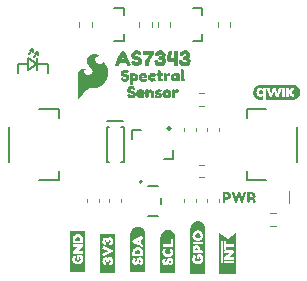
<source format=gto>
%TF.GenerationSoftware,KiCad,Pcbnew,9.0.0*%
%TF.CreationDate,2025-04-11T12:54:06-06:00*%
%TF.ProjectId,SparkFun_AS7343_Qwiic,53706172-6b46-4756-9e5f-415337333433,v01*%
%TF.SameCoordinates,Original*%
%TF.FileFunction,Legend,Top*%
%TF.FilePolarity,Positive*%
%FSLAX46Y46*%
G04 Gerber Fmt 4.6, Leading zero omitted, Abs format (unit mm)*
G04 Created by KiCad (PCBNEW 9.0.0) date 2025-04-11 12:54:06*
%MOMM*%
%LPD*%
G01*
G04 APERTURE LIST*
%ADD10C,0.150000*%
%ADD11C,0.000000*%
%ADD12C,0.120000*%
%ADD13C,0.203200*%
%ADD14C,0.200000*%
%ADD15C,0.177800*%
%ADD16C,0.212639*%
G04 APERTURE END LIST*
D10*
X2159000Y19050000D02*
X2159000Y19558000D01*
X2159000Y20066000D02*
X2921000Y19558000D01*
X2921000Y19558000D02*
X2921000Y20066000D01*
X1270000Y18796000D02*
X1270000Y19558000D01*
X2543500Y20819500D02*
X2270500Y20717500D01*
X2921000Y19558000D02*
X3810000Y19558000D01*
X2963500Y20560500D02*
X2690500Y20458500D01*
X2159000Y19558000D02*
X2159000Y20066000D01*
X2921000Y19558000D02*
X2159000Y19050000D01*
X2543500Y20819500D02*
X2543500Y20537500D01*
X3810000Y19558000D02*
X3810000Y18796000D01*
X2963500Y20560500D02*
X2963500Y20278500D01*
X2921000Y19558000D02*
X2921000Y19050000D01*
X1270000Y19558000D02*
X2159000Y19558000D01*
X2220500Y20364500D02*
X2543500Y20819500D01*
X2640500Y20105500D02*
X2963500Y20560500D01*
D11*
%TO.C,kibuzzard-67ED7158*%
G36*
X6433530Y4871958D02*
G01*
X6502575Y4824641D01*
X6549410Y4755435D01*
X6565021Y4673997D01*
X6565021Y4569705D01*
X6136266Y4569705D01*
X6136266Y4672709D01*
X6152039Y4755113D01*
X6199356Y4824641D01*
X6268884Y4871958D01*
X6351288Y4887731D01*
X6433530Y4871958D01*
G37*
G36*
X6975751Y3587302D02*
G01*
X6975751Y3007902D01*
X6975751Y2554683D01*
X6975751Y1910907D01*
X5724249Y1910907D01*
X5724249Y2554683D01*
X5724249Y3016915D01*
X5885193Y3016915D01*
X5893522Y2925056D01*
X5918509Y2840038D01*
X5960153Y2761859D01*
X6018455Y2690520D01*
X6088425Y2631092D01*
X6165075Y2588643D01*
X6248404Y2563173D01*
X6338412Y2554683D01*
X6432806Y2563053D01*
X6520279Y2588160D01*
X6600832Y2630005D01*
X6674464Y2688589D01*
X6735864Y2758761D01*
X6779721Y2835370D01*
X6806035Y2918417D01*
X6814807Y3007902D01*
X6809227Y3106615D01*
X6792489Y3191593D01*
X6764592Y3262838D01*
X6734818Y3310156D01*
X6699571Y3346529D01*
X6625536Y3377430D01*
X6361588Y3377430D01*
X6329399Y3376786D01*
X6301073Y3370992D01*
X6275322Y3355542D01*
X6258584Y3325284D01*
X6249571Y3275714D01*
X6249571Y3050392D01*
X6251502Y3015628D01*
X6261803Y2987302D01*
X6292060Y2963482D01*
X6348712Y2956400D01*
X6406652Y2962838D01*
X6436910Y2984726D01*
X6447210Y3011765D01*
X6449142Y3046529D01*
X6449142Y3141808D01*
X6559871Y3141808D01*
X6572425Y3087087D01*
X6576609Y3013053D01*
X6558906Y2929683D01*
X6505794Y2857259D01*
X6429185Y2807044D01*
X6340987Y2790306D01*
X6255526Y2806400D01*
X6184549Y2854683D01*
X6136749Y2925821D01*
X6120815Y3010477D01*
X6129828Y3089984D01*
X6156867Y3155971D01*
X6186481Y3225499D01*
X6169421Y3273138D01*
X6118240Y3320778D01*
X6046137Y3350392D01*
X6008798Y3338160D01*
X5981760Y3314340D01*
X5956009Y3278289D01*
X5926234Y3223085D01*
X5903863Y3155327D01*
X5889861Y3083707D01*
X5885193Y3016915D01*
X5724249Y3016915D01*
X5724249Y4144812D01*
X5901931Y4144812D01*
X5910944Y4077859D01*
X5938627Y4041808D01*
X5972747Y4028932D01*
X6015236Y4026357D01*
X6384764Y4026357D01*
X5952146Y3704469D01*
X5925751Y3681293D01*
X5909657Y3648460D01*
X5901931Y3589877D01*
X5910300Y3522280D01*
X5937983Y3486872D01*
X5972103Y3473997D01*
X6015236Y3471422D01*
X6683476Y3471422D01*
X6728541Y3473997D01*
X6763948Y3486229D01*
X6792918Y3520992D01*
X6801931Y3587302D01*
X6792918Y3655542D01*
X6763948Y3691593D01*
X6729185Y3703825D01*
X6684764Y3705756D01*
X6326824Y3705756D01*
X6767167Y4039233D01*
X6794850Y4077216D01*
X6801931Y4143525D01*
X6792918Y4211765D01*
X6763948Y4247817D01*
X6729185Y4260048D01*
X6684764Y4261980D01*
X6020386Y4261980D01*
X5975966Y4260048D01*
X5940558Y4247817D01*
X5910944Y4211765D01*
X5901931Y4144812D01*
X5724249Y4144812D01*
X5724249Y4673997D01*
X5900644Y4673997D01*
X5900644Y4452538D01*
X5909013Y4384297D01*
X5937983Y4348246D01*
X5973391Y4336014D01*
X6016524Y4334083D01*
X6682189Y4334083D01*
X6727897Y4337302D01*
X6763948Y4350821D01*
X6791631Y4386229D01*
X6800644Y4451250D01*
X6800644Y4670134D01*
X6792315Y4760665D01*
X6767328Y4844276D01*
X6725684Y4920966D01*
X6667382Y4990735D01*
X6597331Y5048755D01*
X6520440Y5090198D01*
X6436709Y5115064D01*
X6346137Y5123353D01*
X6257940Y5115064D01*
X6176180Y5090198D01*
X6100858Y5048755D01*
X6031974Y4990735D01*
X5974517Y4921207D01*
X5933476Y4845241D01*
X5908852Y4762838D01*
X5900644Y4673997D01*
X5724249Y4673997D01*
X5724249Y5123353D01*
X5724249Y5391593D01*
X6975751Y5391593D01*
X6975751Y5123353D01*
X6975751Y4451250D01*
X6975751Y3587302D01*
G37*
D12*
%TO.C,C6*%
X17270000Y8078080D02*
X17270000Y7796920D01*
X18290000Y8078080D02*
X18290000Y7796920D01*
%TO.C,C3*%
X15365000Y13829420D02*
X15365000Y14110580D01*
X16385000Y13829420D02*
X16385000Y14110580D01*
%TO.C,R1*%
X17064758Y17022500D02*
X16590242Y17022500D01*
X17064758Y15977500D02*
X16590242Y15977500D01*
D13*
%TO.C,D2*%
X8825000Y14200000D02*
X9025000Y14200000D01*
X8825000Y11200000D02*
X8825000Y14200000D01*
X8825000Y11200000D02*
X9025000Y11200000D01*
X8842500Y14719000D02*
X10207500Y14719000D01*
X10025000Y14200000D02*
X10225000Y14200000D01*
X10225000Y14200000D02*
X10225000Y11200000D01*
X10225000Y11200000D02*
X10025000Y11200000D01*
D12*
%TO.C,C4*%
X17270000Y14110580D02*
X17270000Y13829420D01*
X18290000Y14110580D02*
X18290000Y13829420D01*
%TO.C,D1*%
X24260000Y7755000D02*
X24260000Y8755000D01*
%TO.C,R2*%
X16590242Y11000000D02*
X17064758Y11000000D01*
X16590242Y9955000D02*
X17064758Y9955000D01*
D11*
%TO.C,kibuzzard-67ED694E*%
G36*
X19769528Y3055447D02*
G01*
X19769528Y2749009D01*
X19769528Y2631842D01*
X19769528Y1773473D01*
X18330472Y1773473D01*
X18330472Y2631842D01*
X18330472Y4570898D01*
X18491416Y4570898D01*
X18491416Y2631842D01*
X18598712Y2631842D01*
X18598712Y2750297D01*
X18707296Y2750297D01*
X18716309Y2682057D01*
X18745923Y2646005D01*
X18781330Y2633773D01*
X18824464Y2631842D01*
X19490129Y2631842D01*
X19534549Y2633773D01*
X19569957Y2646005D01*
X19599571Y2682057D01*
X19608584Y2749009D01*
X19599571Y2817250D01*
X19570601Y2853301D01*
X19535837Y2865533D01*
X19491416Y2867464D01*
X18825751Y2867464D01*
X18781330Y2865533D01*
X18745923Y2853301D01*
X18716309Y2817250D01*
X18707296Y2750297D01*
X18598712Y2750297D01*
X18598712Y3612958D01*
X18708584Y3612958D01*
X18717597Y3546005D01*
X18745279Y3509954D01*
X18779399Y3497078D01*
X18821888Y3494503D01*
X19191416Y3494503D01*
X18758798Y3172614D01*
X18732403Y3149438D01*
X18716309Y3116606D01*
X18708584Y3058022D01*
X18716953Y2990426D01*
X18744635Y2955018D01*
X18778755Y2942142D01*
X18821888Y2939567D01*
X19490129Y2939567D01*
X19535193Y2942142D01*
X19570601Y2954374D01*
X19599571Y2989138D01*
X19608584Y3055447D01*
X19599571Y3123687D01*
X19570601Y3159739D01*
X19535837Y3171971D01*
X19491416Y3173902D01*
X19133476Y3173902D01*
X19573820Y3507378D01*
X19601502Y3545361D01*
X19608584Y3611670D01*
X19599571Y3679911D01*
X19570601Y3715962D01*
X19535837Y3728194D01*
X19491416Y3730125D01*
X18827039Y3730125D01*
X18782618Y3728194D01*
X18747210Y3715962D01*
X18717597Y3679911D01*
X18708584Y3612958D01*
X18598712Y3612958D01*
X18598712Y4473044D01*
X18706009Y4473044D01*
X18706009Y3884632D01*
X18707940Y3847936D01*
X18718240Y3818323D01*
X18747854Y3793215D01*
X18803863Y3785490D01*
X18861803Y3793215D01*
X18892060Y3817679D01*
X18902361Y3846649D01*
X18904292Y3883344D01*
X18904292Y4062314D01*
X19492704Y4062314D01*
X19535837Y4064245D01*
X19570601Y4075833D01*
X19599571Y4110597D01*
X19608584Y4176906D01*
X19599571Y4243859D01*
X19571245Y4279911D01*
X19537124Y4292142D01*
X19493991Y4294074D01*
X18904292Y4294074D01*
X18904292Y4471756D01*
X18902361Y4508451D01*
X18892060Y4538065D01*
X18861803Y4563172D01*
X18805150Y4570898D01*
X18748498Y4563172D01*
X18718240Y4538709D01*
X18707940Y4509739D01*
X18706009Y4473044D01*
X18598712Y4473044D01*
X18598712Y4570898D01*
X18491416Y4570898D01*
X18330472Y4570898D01*
X18330472Y4731842D01*
X18330472Y5211527D01*
X19050000Y4731842D01*
X19769528Y5211527D01*
X19769528Y4731842D01*
X19769528Y4570898D01*
X19769528Y4176906D01*
X19769528Y3055447D01*
G37*
D13*
%TO.C,U1*%
X12270600Y9207500D02*
X13129400Y9207500D01*
X13129400Y6667500D02*
X12270600Y6667500D01*
X13408800Y8205900D02*
X13408800Y7669100D01*
D14*
X11784000Y9537700D02*
G75*
G02*
X11584000Y9537700I-100000J0D01*
G01*
X11584000Y9537700D02*
G75*
G02*
X11784000Y9537700I100000J0D01*
G01*
D13*
%TO.C,J1*%
X20670000Y15700000D02*
X22320000Y15700000D01*
X20670000Y14950000D02*
X20670000Y15700000D01*
X20670000Y9700000D02*
X20670000Y10450000D01*
X22320000Y9700000D02*
X20670000Y9700000D01*
X24920000Y11200000D02*
X24920000Y14200000D01*
D15*
%TO.C,U2*%
X10972800Y13893800D02*
X11734800Y13893800D01*
X10972800Y13157200D02*
X10972800Y13893800D01*
X14427200Y12242800D02*
X14427200Y11506200D01*
X14427200Y11506200D02*
X13665200Y11506200D01*
D16*
X14177919Y14046200D02*
G75*
G02*
X13965281Y14046200I-106319J0D01*
G01*
X13965281Y14046200D02*
G75*
G02*
X14177919Y14046200I106319J0D01*
G01*
D11*
%TO.C,kibuzzard-67ED6905*%
G36*
X14595107Y3643203D02*
G01*
X14595107Y2810156D01*
X14595107Y2475392D01*
X14595107Y1831615D01*
X13344893Y1831615D01*
X13344893Y2475392D01*
X13344893Y2798568D01*
X13505837Y2798568D01*
X13514492Y2716021D01*
X13540458Y2643489D01*
X13583734Y2580971D01*
X13640172Y2533045D01*
X13705622Y2504290D01*
X13780086Y2494705D01*
X13863777Y2505005D01*
X13933305Y2535907D01*
X13988670Y2587409D01*
X14029871Y2659512D01*
X14047414Y2708278D01*
X14063991Y2769598D01*
X14094249Y2870671D01*
X14134163Y2904147D01*
X14194034Y2880971D01*
X14212704Y2805005D01*
X14200472Y2754147D01*
X14153476Y2702001D01*
X14106552Y2643918D01*
X14097969Y2588124D01*
X14127725Y2534619D01*
X14210129Y2480542D01*
X14293820Y2512731D01*
X14302833Y2520456D01*
X14320858Y2534619D01*
X14343391Y2557151D01*
X14368498Y2588053D01*
X14392961Y2627967D01*
X14414206Y2677538D01*
X14428369Y2738053D01*
X14434163Y2810156D01*
X14424506Y2895778D01*
X14391674Y2983975D01*
X14334378Y3063160D01*
X14247468Y3119168D01*
X14191781Y3135585D01*
X14130300Y3141057D01*
X14034056Y3128986D01*
X13964206Y3092774D01*
X13915279Y3036282D01*
X13881803Y2963374D01*
X13861845Y2880971D01*
X13845751Y2802430D01*
X13823219Y2751572D01*
X13781373Y2729040D01*
X13742103Y2749641D01*
X13726009Y2797280D01*
X13730515Y2839769D01*
X13740172Y2864877D01*
X13754979Y2882902D01*
X13767210Y2897709D01*
X13791030Y2983975D01*
X13728584Y3059941D01*
X13649399Y3090842D01*
X13583090Y3044490D01*
X13540172Y2977681D01*
X13514421Y2895706D01*
X13505837Y2798568D01*
X13344893Y2798568D01*
X13344893Y3647065D01*
X13510987Y3647065D01*
X13514850Y3590252D01*
X13526438Y3530542D01*
X13546878Y3468739D01*
X13577296Y3405649D01*
X13616567Y3345295D01*
X13663562Y3291701D01*
X13721341Y3245993D01*
X13792961Y3209297D01*
X13875365Y3185156D01*
X13965494Y3177108D01*
X14059163Y3185317D01*
X14144464Y3209941D01*
X14218337Y3247119D01*
X14277725Y3292988D01*
X14326009Y3346583D01*
X14366567Y3406937D01*
X14397951Y3469705D01*
X14418712Y3530542D01*
X14430300Y3588643D01*
X14434163Y3643203D01*
X14426152Y3726465D01*
X14402117Y3806293D01*
X14362060Y3882688D01*
X14322790Y3935477D01*
X14275794Y3953503D01*
X14201116Y3925177D01*
X14146073Y3878825D01*
X14127725Y3835048D01*
X14153476Y3770671D01*
X14185343Y3705971D01*
X14195966Y3638053D01*
X14175365Y3540199D01*
X14146556Y3493686D01*
X14101330Y3452001D01*
X14042264Y3422548D01*
X13971931Y3412731D01*
X13917210Y3418203D01*
X13868927Y3434619D01*
X13798755Y3491915D01*
X13760773Y3564662D01*
X13747897Y3638053D01*
X13749185Y3668954D01*
X13753691Y3694705D01*
X13758841Y3715306D01*
X13765279Y3732688D01*
X13772361Y3744920D01*
X13779442Y3755864D01*
X13785236Y3764233D01*
X13814850Y3833761D01*
X13797468Y3878181D01*
X13745322Y3926465D01*
X13673219Y3954791D01*
X13634592Y3942559D01*
X13607554Y3918739D01*
X13583090Y3883975D01*
X13543033Y3802716D01*
X13518999Y3723746D01*
X13510987Y3647065D01*
X13344893Y3647065D01*
X13344893Y4154362D01*
X13520000Y4154362D01*
X13529013Y4086121D01*
X13558627Y4050070D01*
X13594034Y4037838D01*
X13637167Y4035907D01*
X14302833Y4035907D01*
X14347253Y4037838D01*
X14382661Y4050070D01*
X14412275Y4086121D01*
X14421288Y4153074D01*
X14421288Y4584405D01*
X14419356Y4621100D01*
X14408412Y4652001D01*
X14377511Y4677108D01*
X14320858Y4684834D01*
X14262918Y4677108D01*
X14232661Y4652001D01*
X14222361Y4622387D01*
X14220429Y4585692D01*
X14220429Y4271529D01*
X13638455Y4271529D01*
X13594034Y4269598D01*
X13558627Y4257366D01*
X13529013Y4221314D01*
X13520000Y4154362D01*
X13344893Y4154362D01*
X13344893Y4684834D01*
X13344893Y4845778D01*
X13347903Y4907049D01*
X13356904Y4967730D01*
X13371810Y5027237D01*
X13392476Y5084996D01*
X13418705Y5140451D01*
X13450242Y5193069D01*
X13486786Y5242342D01*
X13527982Y5287796D01*
X13573436Y5328992D01*
X13622709Y5365536D01*
X13675326Y5397073D01*
X13730782Y5423302D01*
X13788541Y5443968D01*
X13848048Y5458874D01*
X13908729Y5467875D01*
X13970000Y5470885D01*
X14031271Y5467875D01*
X14091952Y5458874D01*
X14151459Y5443968D01*
X14209218Y5423302D01*
X14264674Y5397073D01*
X14317291Y5365536D01*
X14366564Y5328992D01*
X14412018Y5287796D01*
X14453214Y5242342D01*
X14489758Y5193069D01*
X14521295Y5140451D01*
X14547524Y5084996D01*
X14568190Y5027237D01*
X14583096Y4967730D01*
X14592097Y4907049D01*
X14595107Y4845778D01*
X14595107Y4684834D01*
X14595107Y4153074D01*
X14595107Y3643203D01*
G37*
D13*
%TO.C,J2*%
X480000Y14200000D02*
X480000Y11200000D01*
X3080000Y15700000D02*
X4730000Y15700000D01*
X4730000Y15700000D02*
X4730000Y14950000D01*
X4730000Y10450000D02*
X4730000Y9700000D01*
X4730000Y9700000D02*
X3080000Y9700000D01*
D11*
%TO.C,G\u002A\u002A\u002A*%
G36*
X21908842Y17310932D02*
G01*
X21939541Y17300835D01*
X21967383Y17282959D01*
X21974657Y17276737D01*
X21999541Y17249280D01*
X22017130Y17217766D01*
X22027758Y17181229D01*
X22031757Y17138703D01*
X22031257Y17112502D01*
X22029672Y17089374D01*
X22027138Y17072160D01*
X22022693Y17057110D01*
X22015376Y17040473D01*
X22010095Y17029906D01*
X21989376Y16996999D01*
X21964635Y16972528D01*
X21934885Y16955837D01*
X21899138Y16946271D01*
X21880619Y16944101D01*
X21860658Y16944245D01*
X21840090Y16946934D01*
X21833959Y16948396D01*
X21797024Y16963308D01*
X21766682Y16985214D01*
X21743083Y17013905D01*
X21726377Y17049174D01*
X21716716Y17090811D01*
X21714584Y17113777D01*
X21715322Y17160256D01*
X21722949Y17200501D01*
X21737757Y17235338D01*
X21760038Y17265593D01*
X21772543Y17277901D01*
X21799896Y17297596D01*
X21830149Y17309382D01*
X21865312Y17313985D01*
X21872954Y17314108D01*
X21908842Y17310932D01*
G37*
G36*
X23314937Y17780361D02*
G01*
X23445458Y17780355D01*
X23566979Y17780343D01*
X23679832Y17780322D01*
X23784348Y17780292D01*
X23880860Y17780249D01*
X23969698Y17780191D01*
X24051195Y17780117D01*
X24125682Y17780024D01*
X24193492Y17779911D01*
X24254955Y17779776D01*
X24310403Y17779616D01*
X24360168Y17779429D01*
X24404582Y17779214D01*
X24443976Y17778967D01*
X24478683Y17778689D01*
X24509033Y17778375D01*
X24535359Y17778025D01*
X24557992Y17777636D01*
X24577264Y17777206D01*
X24593507Y17776733D01*
X24607052Y17776216D01*
X24618231Y17775651D01*
X24627376Y17775038D01*
X24634818Y17774373D01*
X24640889Y17773656D01*
X24645921Y17772883D01*
X24650245Y17772054D01*
X24653570Y17771312D01*
X24732081Y17748292D01*
X24805487Y17717324D01*
X24873413Y17678696D01*
X24935482Y17632694D01*
X24991320Y17579605D01*
X25040552Y17519718D01*
X25082802Y17453319D01*
X25092416Y17435374D01*
X25122611Y17368803D01*
X25144138Y17302088D01*
X25157465Y17233278D01*
X25163062Y17160418D01*
X25163309Y17140387D01*
X25158973Y17060085D01*
X25145909Y16983891D01*
X25124029Y16911590D01*
X25093248Y16842968D01*
X25053480Y16777812D01*
X25004639Y16715906D01*
X24983772Y16693284D01*
X24929162Y16641899D01*
X24871508Y16598665D01*
X24809642Y16562932D01*
X24742399Y16534053D01*
X24668612Y16511378D01*
X24647284Y16506205D01*
X24600422Y16495428D01*
X23439617Y16493981D01*
X22278812Y16492534D01*
X22278812Y16997538D01*
X22278812Y17500126D01*
X22318402Y17500126D01*
X22452012Y17131796D01*
X22585622Y16763465D01*
X22706736Y16763382D01*
X22827850Y16763299D01*
X22897110Y16986763D01*
X22910973Y17031360D01*
X22924042Y17073143D01*
X22936025Y17111202D01*
X22946634Y17144629D01*
X22955578Y17172516D01*
X22962568Y17193954D01*
X22967314Y17208036D01*
X22969526Y17213851D01*
X22969577Y17213924D01*
X22971579Y17210191D01*
X22976099Y17198074D01*
X22982855Y17178437D01*
X22991566Y17152145D01*
X23001948Y17120060D01*
X23013720Y17083049D01*
X23026600Y17041974D01*
X23040305Y16997701D01*
X23042528Y16990466D01*
X23112273Y16763311D01*
X23233093Y16763305D01*
X23353914Y16763299D01*
X23487963Y17129798D01*
X23489105Y17132921D01*
X23655834Y17132921D01*
X23655834Y16763299D01*
X23776625Y16763299D01*
X23897416Y16763299D01*
X23897416Y17132921D01*
X23897416Y17502542D01*
X23945733Y17502542D01*
X23945733Y17132921D01*
X23945733Y16763299D01*
X24066524Y16763299D01*
X24187315Y16763299D01*
X24187315Y17130505D01*
X24238061Y17130505D01*
X24238529Y17091805D01*
X24240256Y17060315D01*
X24243746Y17033612D01*
X24249504Y17009271D01*
X24258034Y16984868D01*
X24269840Y16957980D01*
X24277124Y16942861D01*
X24305504Y16895788D01*
X24341217Y16854894D01*
X24383800Y16820649D01*
X24417015Y16801105D01*
X24461457Y16780705D01*
X24503790Y16766768D01*
X24547201Y16758565D01*
X24594876Y16755370D01*
X24617332Y16755352D01*
X24663233Y16756052D01*
X24664539Y16853297D01*
X24665845Y16950542D01*
X24623133Y16952584D01*
X24588600Y16956692D01*
X24560809Y16965888D01*
X24537825Y16981011D01*
X24523357Y16995812D01*
X24502843Y17026807D01*
X24488603Y17062369D01*
X24480583Y17100754D01*
X24478729Y17140214D01*
X24482989Y17179002D01*
X24493309Y17215372D01*
X24509636Y17247576D01*
X24531821Y17273781D01*
X24555294Y17291815D01*
X24579365Y17302926D01*
X24607156Y17308259D01*
X24628302Y17309170D01*
X24665845Y17309276D01*
X24664539Y17409533D01*
X24663233Y17509789D01*
X24602838Y17509013D01*
X24554746Y17506564D01*
X24512508Y17500057D01*
X24472895Y17488746D01*
X24432683Y17471887D01*
X24424066Y17467675D01*
X24385236Y17443953D01*
X24347997Y17413136D01*
X24314743Y17377581D01*
X24287867Y17339647D01*
X24280240Y17325913D01*
X24265038Y17294269D01*
X24253825Y17265421D01*
X24246061Y17236868D01*
X24241206Y17206109D01*
X24238720Y17170644D01*
X24238061Y17130505D01*
X24187315Y17130505D01*
X24187315Y17132921D01*
X24187315Y17502542D01*
X24066524Y17502542D01*
X23945733Y17502542D01*
X23897416Y17502542D01*
X23776625Y17502542D01*
X23655834Y17502542D01*
X23655834Y17132921D01*
X23489105Y17132921D01*
X23508752Y17186673D01*
X23528554Y17240923D01*
X23547121Y17291862D01*
X23564206Y17338809D01*
X23579560Y17381079D01*
X23592937Y17417989D01*
X23604087Y17448856D01*
X23612763Y17472997D01*
X23618718Y17489727D01*
X23621703Y17498363D01*
X23622012Y17499420D01*
X23617399Y17500285D01*
X23604435Y17501058D01*
X23584431Y17501704D01*
X23558701Y17502188D01*
X23528554Y17502476D01*
X23504551Y17502542D01*
X23387091Y17502542D01*
X23317875Y17266999D01*
X23304233Y17220669D01*
X23291264Y17176806D01*
X23279251Y17136352D01*
X23268475Y17100250D01*
X23259219Y17069442D01*
X23251766Y17044870D01*
X23246397Y17027476D01*
X23243395Y17018202D01*
X23243074Y17017330D01*
X23242003Y17014914D01*
X23240849Y17013526D01*
X23239439Y17013708D01*
X23237602Y17016004D01*
X23235167Y17020958D01*
X23231960Y17029113D01*
X23227810Y17041012D01*
X23222546Y17057199D01*
X23215995Y17078217D01*
X23207985Y17104609D01*
X23198345Y17136919D01*
X23186902Y17175690D01*
X23173485Y17221466D01*
X23157922Y17274790D01*
X23140041Y17336205D01*
X23119669Y17406255D01*
X23115556Y17420404D01*
X23092379Y17500126D01*
X22975813Y17501419D01*
X22859247Y17502712D01*
X22847204Y17462766D01*
X22843299Y17449599D01*
X22837074Y17428338D01*
X22828875Y17400175D01*
X22819048Y17366304D01*
X22807938Y17327919D01*
X22795892Y17286214D01*
X22783257Y17242381D01*
X22776088Y17217474D01*
X22763719Y17174639D01*
X22752090Y17134669D01*
X22741486Y17098523D01*
X22732191Y17067160D01*
X22724491Y17041536D01*
X22718670Y17022609D01*
X22715015Y17011337D01*
X22713890Y17008507D01*
X22711975Y17012299D01*
X22707624Y17024529D01*
X22701102Y17044358D01*
X22692669Y17070945D01*
X22682588Y17103451D01*
X22671121Y17141035D01*
X22658530Y17182856D01*
X22645077Y17228074D01*
X22639047Y17248508D01*
X22625249Y17295273D01*
X22612200Y17339287D01*
X22600167Y17379671D01*
X22589416Y17415541D01*
X22580211Y17446017D01*
X22572819Y17470218D01*
X22567504Y17487261D01*
X22564532Y17496266D01*
X22564059Y17497421D01*
X22558902Y17499230D01*
X22545732Y17500536D01*
X22524169Y17501351D01*
X22493833Y17501688D01*
X22454347Y17501558D01*
X22439596Y17501419D01*
X22318402Y17500126D01*
X22278812Y17500126D01*
X22278812Y17502542D01*
X22155605Y17502542D01*
X22032398Y17502542D01*
X22032398Y17455598D01*
X22032398Y17408655D01*
X22007032Y17433383D01*
X21969325Y17464584D01*
X21927533Y17488034D01*
X21901943Y17498180D01*
X21877050Y17504291D01*
X21845691Y17508197D01*
X21810818Y17509859D01*
X21775383Y17509236D01*
X21742338Y17506287D01*
X21714635Y17500971D01*
X21713927Y17500777D01*
X21661311Y17481398D01*
X21613897Y17453981D01*
X21572144Y17418905D01*
X21536511Y17376552D01*
X21509291Y17331018D01*
X21491123Y17286243D01*
X21477934Y17235552D01*
X21470131Y17181541D01*
X21468123Y17126810D01*
X21470787Y17085768D01*
X21476027Y17046925D01*
X21482538Y17014427D01*
X21491249Y16984959D01*
X21503086Y16955210D01*
X21513748Y16932407D01*
X21541057Y16886560D01*
X21575047Y16846254D01*
X21614511Y16812715D01*
X21655529Y16788448D01*
X21708209Y16768158D01*
X21763611Y16756672D01*
X21813755Y16753636D01*
X21866703Y16757863D01*
X21915215Y16770466D01*
X21958981Y16791328D01*
X21997692Y16820329D01*
X22003783Y16826095D01*
X22032398Y16854095D01*
X22032398Y16673411D01*
X22032398Y16492727D01*
X21915231Y16493539D01*
X21881362Y16493840D01*
X21849687Y16494246D01*
X21821823Y16494727D01*
X21799389Y16495252D01*
X21784003Y16495790D01*
X21778736Y16496115D01*
X21702730Y16507703D01*
X21629262Y16528045D01*
X21559066Y16556596D01*
X21492874Y16592811D01*
X21431417Y16636145D01*
X21375430Y16686054D01*
X21325644Y16741991D01*
X21282790Y16803413D01*
X21247603Y16869775D01*
X21234505Y16901001D01*
X21210810Y16973993D01*
X21195531Y17047971D01*
X21188883Y17121485D01*
X21191058Y17192846D01*
X21203106Y17273063D01*
X21223620Y17348645D01*
X21252679Y17419759D01*
X21290364Y17486568D01*
X21336752Y17549239D01*
X21388660Y17604807D01*
X21447461Y17655394D01*
X21510421Y17697593D01*
X21578270Y17731806D01*
X21651737Y17758436D01*
X21683195Y17767140D01*
X21735251Y17780362D01*
X23175084Y17780362D01*
X23314937Y17780361D01*
G37*
D13*
%TO.C,Q1*%
X16892500Y24260000D02*
X16092500Y24260000D01*
X16892500Y23660000D02*
X16892500Y24260000D01*
X16892500Y22060000D02*
X16892500Y21460000D01*
X16892500Y21460000D02*
X16092500Y21460000D01*
D12*
%TO.C,R5*%
X13130000Y23097258D02*
X13130000Y22622742D01*
X14175000Y23097258D02*
X14175000Y22622742D01*
D11*
%TO.C,G\u002A\u002A\u002A*%
G36*
X7777740Y20354526D02*
G01*
X7816003Y20351910D01*
X7853293Y20347335D01*
X7889528Y20341004D01*
X7924632Y20333120D01*
X7958526Y20323887D01*
X7991131Y20313507D01*
X8022368Y20302183D01*
X8052159Y20290118D01*
X8080425Y20277516D01*
X8107088Y20264579D01*
X8155291Y20238514D01*
X8196139Y20213546D01*
X8229004Y20191299D01*
X8253256Y20173398D01*
X8273412Y20157128D01*
X8262633Y20159447D01*
X8232995Y20164213D01*
X8212371Y20166488D01*
X8188552Y20168144D01*
X8162045Y20168769D01*
X8133357Y20167953D01*
X8102993Y20165287D01*
X8071462Y20160358D01*
X8039269Y20152757D01*
X8023082Y20147827D01*
X8006920Y20142074D01*
X7990846Y20135448D01*
X7974923Y20127897D01*
X7959215Y20119370D01*
X7943784Y20109816D01*
X7928695Y20099184D01*
X7914010Y20087421D01*
X7899793Y20074478D01*
X7886107Y20060301D01*
X7869225Y20040648D01*
X7854296Y20020655D01*
X7841403Y20000297D01*
X7830632Y19979544D01*
X7826070Y19969012D01*
X7822069Y19958372D01*
X7818642Y19947619D01*
X7815798Y19936752D01*
X7813549Y19925765D01*
X7811905Y19914657D01*
X7810876Y19903423D01*
X7810473Y19892061D01*
X7810708Y19880566D01*
X7811589Y19868935D01*
X7813129Y19857165D01*
X7815338Y19845254D01*
X7818226Y19833196D01*
X7821804Y19820989D01*
X7826082Y19808629D01*
X7831072Y19796114D01*
X7836784Y19783439D01*
X7843228Y19770602D01*
X7850416Y19757598D01*
X7858357Y19744425D01*
X7867063Y19731078D01*
X7876544Y19717556D01*
X7897873Y19689969D01*
X7917568Y19667360D01*
X7939306Y19644951D01*
X7962833Y19622954D01*
X7987897Y19601577D01*
X8014244Y19581032D01*
X8041620Y19561526D01*
X8069771Y19543272D01*
X8098445Y19526477D01*
X8127389Y19511353D01*
X8156347Y19498110D01*
X8185068Y19486957D01*
X8213297Y19478103D01*
X8240782Y19471760D01*
X8254166Y19469595D01*
X8267268Y19468137D01*
X8280058Y19467411D01*
X8292503Y19467444D01*
X8304572Y19468261D01*
X8316232Y19469890D01*
X8332004Y19473483D01*
X8346480Y19478170D01*
X8359711Y19483872D01*
X8371751Y19490509D01*
X8382651Y19498003D01*
X8392464Y19506273D01*
X8401241Y19515242D01*
X8409036Y19524828D01*
X8415899Y19534955D01*
X8421883Y19545541D01*
X8427041Y19556508D01*
X8431425Y19567777D01*
X8435086Y19579269D01*
X8438077Y19590904D01*
X8440450Y19602603D01*
X8442257Y19614287D01*
X8444382Y19637292D01*
X8444870Y19659286D01*
X8444138Y19679635D01*
X8442604Y19697705D01*
X8440684Y19712863D01*
X8438796Y19724475D01*
X8436784Y19734524D01*
X8468909Y19722132D01*
X8501188Y19705702D01*
X8533446Y19685381D01*
X8565507Y19661316D01*
X8628332Y19602540D01*
X8688254Y19530546D01*
X8743863Y19446507D01*
X8793750Y19351595D01*
X8836505Y19246983D01*
X8870720Y19133843D01*
X8894985Y19013348D01*
X8902945Y18950709D01*
X8907890Y18886671D01*
X8909643Y18821380D01*
X8908027Y18754983D01*
X8902867Y18687627D01*
X8893986Y18619458D01*
X8881208Y18550623D01*
X8864358Y18481268D01*
X8843258Y18411540D01*
X8817733Y18341586D01*
X8787606Y18271551D01*
X8752702Y18201583D01*
X8712844Y18131829D01*
X8667856Y18062434D01*
X8616807Y17992293D01*
X8562803Y17925718D01*
X8505806Y17862895D01*
X8445783Y17804015D01*
X8382697Y17749263D01*
X8316512Y17698830D01*
X8247194Y17652903D01*
X8174706Y17611670D01*
X8099013Y17575319D01*
X8020079Y17544038D01*
X7937869Y17518017D01*
X7852347Y17497442D01*
X7763477Y17482502D01*
X7671224Y17473385D01*
X7575553Y17470280D01*
X7476427Y17473374D01*
X7450226Y17474943D01*
X7424893Y17475216D01*
X7400371Y17474218D01*
X7376605Y17471972D01*
X7353537Y17468502D01*
X7331111Y17463831D01*
X7309271Y17457983D01*
X7287960Y17450982D01*
X7267122Y17442851D01*
X7246700Y17433614D01*
X7226638Y17423295D01*
X7206879Y17411918D01*
X7168045Y17386082D01*
X7129746Y17356295D01*
X7091531Y17322747D01*
X7052948Y17285627D01*
X7013545Y17245125D01*
X6972870Y17201429D01*
X6788418Y16998500D01*
X6697883Y16900249D01*
X6612805Y16805389D01*
X6535222Y16716911D01*
X6467173Y16637810D01*
X6410697Y16571078D01*
X6367833Y16519706D01*
X6331095Y16475018D01*
X6331095Y18428524D01*
X6330357Y18467263D01*
X6330655Y18504551D01*
X6331963Y18540417D01*
X6334255Y18574891D01*
X6337502Y18608003D01*
X6341680Y18639781D01*
X6346760Y18670255D01*
X6352716Y18699455D01*
X6359522Y18727411D01*
X6367150Y18754151D01*
X6375574Y18779704D01*
X6384767Y18804102D01*
X6394702Y18827372D01*
X6405353Y18849545D01*
X6416692Y18870649D01*
X6428694Y18890715D01*
X6441330Y18909772D01*
X6454575Y18927849D01*
X6468401Y18944975D01*
X6482783Y18961181D01*
X6497692Y18976495D01*
X6513103Y18990948D01*
X6528988Y19004568D01*
X6545321Y19017384D01*
X6562075Y19029427D01*
X6579223Y19040726D01*
X6596738Y19051311D01*
X6614595Y19061210D01*
X6651222Y19079070D01*
X6688891Y19094543D01*
X6710033Y19102081D01*
X6730947Y19108704D01*
X6751602Y19114457D01*
X6771970Y19119382D01*
X6792022Y19123526D01*
X6811729Y19126931D01*
X6831062Y19129643D01*
X6849992Y19131706D01*
X6868490Y19133164D01*
X6886528Y19134061D01*
X6904075Y19134442D01*
X6921103Y19134351D01*
X6937583Y19133832D01*
X6953486Y19132930D01*
X6983445Y19130154D01*
X7010749Y19126376D01*
X7035164Y19121951D01*
X7056460Y19117235D01*
X7074404Y19112580D01*
X7088764Y19108343D01*
X7099308Y19104877D01*
X7108022Y19101679D01*
X7081103Y19090709D01*
X7052486Y19077390D01*
X7035856Y19068887D01*
X7018236Y19059198D01*
X7000047Y19048356D01*
X6981708Y19036394D01*
X6963638Y19023345D01*
X6946256Y19009241D01*
X6929981Y18994116D01*
X6922390Y18986181D01*
X6915234Y18978002D01*
X6908563Y18969585D01*
X6902432Y18960932D01*
X6896892Y18952049D01*
X6891996Y18942938D01*
X6887212Y18931939D01*
X6883311Y18920559D01*
X6880290Y18908840D01*
X6878147Y18896825D01*
X6876879Y18884555D01*
X6876484Y18872074D01*
X6876960Y18859422D01*
X6878304Y18846642D01*
X6880515Y18833777D01*
X6883589Y18820867D01*
X6887524Y18807956D01*
X6892318Y18795085D01*
X6897968Y18782297D01*
X6904473Y18769634D01*
X6911830Y18757137D01*
X6920036Y18744849D01*
X6929089Y18732812D01*
X6938987Y18721068D01*
X6949727Y18709658D01*
X6961307Y18698627D01*
X6973725Y18688014D01*
X6986977Y18677863D01*
X7001063Y18668215D01*
X7015979Y18659113D01*
X7031724Y18650599D01*
X7048294Y18642714D01*
X7065688Y18635501D01*
X7083902Y18629002D01*
X7102935Y18623260D01*
X7122785Y18618315D01*
X7143448Y18614211D01*
X7164923Y18610989D01*
X7196651Y18607970D01*
X7227864Y18607110D01*
X7258465Y18608332D01*
X7288355Y18611562D01*
X7317435Y18616724D01*
X7345608Y18623744D01*
X7372775Y18632546D01*
X7398837Y18643056D01*
X7423697Y18655197D01*
X7447255Y18668895D01*
X7469414Y18684075D01*
X7490075Y18700661D01*
X7509140Y18718579D01*
X7526510Y18737752D01*
X7542087Y18758107D01*
X7555773Y18779568D01*
X7567470Y18802059D01*
X7577078Y18825506D01*
X7584500Y18849833D01*
X7589637Y18874966D01*
X7592391Y18900828D01*
X7592664Y18927346D01*
X7590357Y18954443D01*
X7585372Y18982045D01*
X7577610Y19010076D01*
X7566973Y19038462D01*
X7553363Y19067127D01*
X7536681Y19095996D01*
X7516830Y19124993D01*
X7493710Y19154045D01*
X7467223Y19183075D01*
X7437272Y19212008D01*
X7370064Y19276347D01*
X7309250Y19341624D01*
X7281370Y19374543D01*
X7255242Y19407613D01*
X7230917Y19440805D01*
X7208448Y19474092D01*
X7187884Y19507444D01*
X7169278Y19540835D01*
X7152680Y19574235D01*
X7138142Y19607618D01*
X7125714Y19640954D01*
X7115449Y19674217D01*
X7107397Y19707377D01*
X7101609Y19740407D01*
X7098138Y19773279D01*
X7097033Y19805964D01*
X7098346Y19838436D01*
X7102128Y19870664D01*
X7108432Y19902623D01*
X7117306Y19934283D01*
X7128804Y19965617D01*
X7142976Y19996596D01*
X7159874Y20027192D01*
X7179548Y20057378D01*
X7202050Y20087126D01*
X7227430Y20116406D01*
X7255741Y20145192D01*
X7287034Y20173455D01*
X7321359Y20201167D01*
X7358768Y20228301D01*
X7402460Y20256437D01*
X7445962Y20280584D01*
X7489196Y20300945D01*
X7532084Y20317724D01*
X7574548Y20331123D01*
X7616507Y20341345D01*
X7657885Y20348594D01*
X7698602Y20353071D01*
X7738579Y20354981D01*
X7777740Y20354526D01*
G37*
D12*
%TO.C,C2*%
X9015000Y8078080D02*
X9015000Y7796920D01*
X10035000Y8078080D02*
X10035000Y7796920D01*
D11*
%TO.C,kibuzzard-65A8A8B4*%
G36*
X19059666Y8711424D02*
G01*
X19132056Y8684331D01*
X19203035Y8639175D01*
X19250343Y8592820D01*
X19288125Y8532495D01*
X19312890Y8461375D01*
X19321145Y8382635D01*
X19312890Y8304054D01*
X19288125Y8233410D01*
X19250343Y8173561D01*
X19203035Y8127365D01*
X19131915Y8082209D01*
X19059102Y8055116D01*
X18984595Y8046085D01*
X18825845Y8046085D01*
X18825845Y7902575D01*
X18823940Y7858760D01*
X18811875Y7825105D01*
X18778220Y7799387D01*
X18712815Y7790815D01*
X18642330Y7802563D01*
X18608675Y7837805D01*
X18601055Y7903845D01*
X18601055Y8270875D01*
X18825845Y8270875D01*
X18985865Y8270875D01*
X19060795Y8298815D01*
X19097625Y8382635D01*
X19060795Y8467090D01*
X18984595Y8495665D01*
X18825845Y8495665D01*
X18825845Y8270875D01*
X18601055Y8270875D01*
X18601055Y8608695D01*
X18602960Y8652510D01*
X18615025Y8686165D01*
X18648680Y8711882D01*
X18714085Y8720455D01*
X18985865Y8720455D01*
X19059666Y8711424D01*
G37*
G36*
X20517485Y8715375D02*
G01*
X20581303Y8679815D01*
X20602575Y8634095D01*
X20587335Y8571865D01*
X20343495Y7867015D01*
X20334605Y7845425D01*
X20300950Y7811770D01*
X20236180Y7790815D01*
X20171410Y7811770D01*
X20135215Y7853045D01*
X19986625Y8291195D01*
X19935774Y8140929D01*
X19895998Y8023377D01*
X19867296Y7938541D01*
X19849668Y7886421D01*
X19843115Y7867015D01*
X19831685Y7845425D01*
X19811365Y7820025D01*
X19741515Y7790815D01*
X19674840Y7809865D01*
X19639915Y7847965D01*
X19631025Y7867015D01*
X19385915Y8571865D01*
X19371945Y8634095D01*
X19393217Y8679498D01*
X19457035Y8714105D01*
X19523710Y8726805D01*
X19569430Y8706485D01*
X19598005Y8644255D01*
X19737705Y8220075D01*
X19876135Y8637905D01*
X19901218Y8682990D01*
X19940905Y8711565D01*
X19993610Y8720455D01*
X20053935Y8699500D01*
X20089495Y8658225D01*
X20235545Y8217535D01*
X20375245Y8644255D01*
X20391755Y8687435D01*
X20415250Y8714740D01*
X20457795Y8728075D01*
X20517485Y8715375D01*
G37*
G36*
X21133576Y8711424D02*
G01*
X21205966Y8684331D01*
X21276945Y8639175D01*
X21323300Y8592820D01*
X21360765Y8532495D01*
X21385530Y8461375D01*
X21393785Y8382635D01*
X21383202Y8292606D01*
X21351452Y8213866D01*
X21298535Y8146415D01*
X21320548Y8094345D01*
X21349335Y8027882D01*
X21384895Y7947025D01*
X21403945Y7880985D01*
X21384260Y7836535D01*
X21325205Y7799705D01*
X21259800Y7781925D01*
X21219160Y7793990D01*
X21195665Y7818755D01*
X21179014Y7855021D01*
X21145994Y7931644D01*
X21096605Y8048625D01*
X21057235Y8046085D01*
X20897215Y8046085D01*
X20897215Y7902575D01*
X20895310Y7858760D01*
X20883245Y7825105D01*
X20849590Y7799387D01*
X20784185Y7790815D01*
X20713700Y7802563D01*
X20680045Y7837805D01*
X20672425Y7903845D01*
X20672425Y8270875D01*
X20897215Y8270875D01*
X21059775Y8270875D01*
X21133435Y8298815D01*
X21170265Y8382635D01*
X21133435Y8467090D01*
X21057235Y8495665D01*
X20897215Y8495665D01*
X20897215Y8270875D01*
X20672425Y8270875D01*
X20672425Y8608695D01*
X20674330Y8652510D01*
X20686395Y8686165D01*
X20720050Y8711882D01*
X20785455Y8720455D01*
X21059775Y8720455D01*
X21133576Y8711424D01*
G37*
D12*
%TO.C,R3*%
X22622742Y6872500D02*
X23097258Y6872500D01*
X22622742Y5827500D02*
X23097258Y5827500D01*
%TO.C,R4*%
X6462500Y22622742D02*
X6462500Y23097258D01*
X7507500Y22622742D02*
X7507500Y23097258D01*
D11*
%TO.C,kibuzzard-67BF7CFE*%
G36*
X11489871Y4438004D02*
G01*
X11364979Y4498519D01*
X11489871Y4559034D01*
X11489871Y4438004D01*
G37*
G36*
X11509024Y3772017D02*
G01*
X11578069Y3724700D01*
X11624903Y3655494D01*
X11640515Y3574056D01*
X11640515Y3469764D01*
X11211760Y3469764D01*
X11211760Y3572768D01*
X11227532Y3655172D01*
X11274850Y3724700D01*
X11344378Y3772017D01*
X11426781Y3787790D01*
X11509024Y3772017D01*
G37*
G36*
X12058970Y3351309D02*
G01*
X12058970Y2849163D01*
X12058970Y2514399D01*
X12058970Y1870622D01*
X10801030Y1870622D01*
X10801030Y2514399D01*
X10801030Y2837575D01*
X10961974Y2837575D01*
X10970629Y2755029D01*
X10996595Y2682496D01*
X11039871Y2619979D01*
X11096309Y2572053D01*
X11161760Y2543298D01*
X11236223Y2533712D01*
X11319914Y2544013D01*
X11389442Y2574914D01*
X11444807Y2626416D01*
X11486009Y2698519D01*
X11503552Y2747285D01*
X11520129Y2808605D01*
X11550386Y2909678D01*
X11590300Y2943155D01*
X11650172Y2919979D01*
X11668841Y2844013D01*
X11656609Y2793155D01*
X11609614Y2741009D01*
X11562690Y2682926D01*
X11554106Y2627132D01*
X11583863Y2573627D01*
X11666266Y2519549D01*
X11749957Y2551738D01*
X11758970Y2559464D01*
X11776996Y2573627D01*
X11799528Y2596159D01*
X11824635Y2627060D01*
X11849099Y2666974D01*
X11870343Y2716545D01*
X11884506Y2777060D01*
X11890300Y2849163D01*
X11880644Y2934785D01*
X11847811Y3022983D01*
X11790515Y3102167D01*
X11703605Y3158176D01*
X11647918Y3174592D01*
X11586438Y3180064D01*
X11490193Y3167994D01*
X11420343Y3131781D01*
X11371416Y3075290D01*
X11337940Y3002382D01*
X11317983Y2919979D01*
X11301888Y2841438D01*
X11279356Y2790579D01*
X11237511Y2768047D01*
X11198240Y2788648D01*
X11182146Y2836288D01*
X11186652Y2878777D01*
X11196309Y2903884D01*
X11211116Y2921910D01*
X11223348Y2936717D01*
X11247167Y3022983D01*
X11184721Y3098948D01*
X11105536Y3129850D01*
X11039227Y3083498D01*
X10996309Y3016688D01*
X10970558Y2934714D01*
X10961974Y2837575D01*
X10801030Y2837575D01*
X10801030Y3574056D01*
X10976137Y3574056D01*
X10976137Y3352597D01*
X10984506Y3284356D01*
X11013476Y3248305D01*
X11048884Y3236073D01*
X11092017Y3234142D01*
X11757682Y3234142D01*
X11803391Y3237361D01*
X11839442Y3250880D01*
X11867124Y3286288D01*
X11876137Y3351309D01*
X11876137Y3570193D01*
X11867808Y3660724D01*
X11842822Y3744335D01*
X11801178Y3821025D01*
X11742876Y3890794D01*
X11672825Y3948814D01*
X11595933Y3990258D01*
X11512202Y4015123D01*
X11421631Y4023412D01*
X11333433Y4015123D01*
X11251674Y3990258D01*
X11176352Y3948814D01*
X11107468Y3890794D01*
X11050011Y3821266D01*
X11008970Y3745300D01*
X10984345Y3662897D01*
X10976137Y3574056D01*
X10801030Y3574056D01*
X10801030Y4499807D01*
X10976137Y4499807D01*
X10994807Y4436717D01*
X11044378Y4391652D01*
X11713906Y4068476D01*
X11804678Y4051738D01*
X11867124Y4123841D01*
X11885794Y4217833D01*
X11814335Y4282210D01*
X11690730Y4341438D01*
X11690730Y4658176D01*
X11813047Y4717403D01*
X11887082Y4780494D01*
X11868412Y4875773D01*
X11805322Y4947232D01*
X11713906Y4929850D01*
X11045665Y4606674D01*
X10993519Y4562575D01*
X10976137Y4499807D01*
X10801030Y4499807D01*
X10801030Y4959464D01*
X10801030Y5120408D01*
X10804059Y5182058D01*
X10813116Y5243114D01*
X10828113Y5302988D01*
X10848908Y5361104D01*
X10875298Y5416902D01*
X10907031Y5469845D01*
X10943800Y5519422D01*
X10985251Y5565157D01*
X11030986Y5606608D01*
X11080563Y5643377D01*
X11133506Y5675110D01*
X11189304Y5701500D01*
X11247420Y5722294D01*
X11307294Y5737292D01*
X11368350Y5746349D01*
X11430000Y5749378D01*
X11491650Y5746349D01*
X11552706Y5737292D01*
X11612580Y5722294D01*
X11670696Y5701500D01*
X11726494Y5675110D01*
X11779437Y5643377D01*
X11829014Y5606608D01*
X11874749Y5565157D01*
X11916200Y5519422D01*
X11952969Y5469845D01*
X11984702Y5416902D01*
X12011092Y5361104D01*
X12031887Y5302988D01*
X12046884Y5243114D01*
X12055941Y5182058D01*
X12058970Y5120408D01*
X12058970Y4959464D01*
X12058970Y4780494D01*
X12058970Y3351309D01*
G37*
%TO.C,kibuzzard-67ED66D1*%
G36*
X10252969Y20632972D02*
G01*
X10316667Y20557650D01*
X10783476Y19592414D01*
X10808584Y19460368D01*
X10705365Y19369238D01*
X10567740Y19342271D01*
X10476609Y19449210D01*
X10391059Y19625891D01*
X10073033Y19625891D01*
X9933548Y19625891D01*
X9847997Y19447350D01*
X9755007Y19344131D01*
X9619242Y19371098D01*
X9515093Y19461298D01*
X9539270Y19592414D01*
X9695472Y19916019D01*
X10073033Y19916019D01*
X10247854Y19916019D01*
X10160443Y20096420D01*
X10073033Y19916019D01*
X9695472Y19916019D01*
X10006080Y20559510D01*
X10071173Y20631112D01*
X10162303Y20658079D01*
X10252969Y20632972D01*
G37*
G36*
X14752289Y20646921D02*
G01*
X14803433Y20604145D01*
X14821102Y20552071D01*
X14824821Y20488838D01*
X14824821Y19527321D01*
X14821102Y19463158D01*
X14802504Y19412014D01*
X14750429Y19371098D01*
X14651860Y19358079D01*
X14555150Y19371098D01*
X14503076Y19413873D01*
X14485408Y19465018D01*
X14482618Y19529181D01*
X14482618Y19722600D01*
X14030687Y19722600D01*
X13933977Y19735619D01*
X13881903Y19778394D01*
X13864235Y19829539D01*
X13861445Y19893702D01*
X13867024Y19953215D01*
X14010229Y20531613D01*
X14079971Y20654360D01*
X14220386Y20652500D01*
X14328255Y20598566D01*
X14354292Y20516735D01*
X14238984Y20042486D01*
X14482618Y20042486D01*
X14482618Y20498137D01*
X14485408Y20559510D01*
X14503076Y20607865D01*
X14556080Y20647851D01*
X14655579Y20659939D01*
X14752289Y20646921D01*
G37*
G36*
X12719528Y20643201D02*
G01*
X12771602Y20600426D01*
X12789270Y20549281D01*
X12792060Y20485118D01*
X12775089Y20376785D01*
X12724177Y20248923D01*
X12653273Y20116645D01*
X12576323Y19995061D01*
X12499374Y19873011D01*
X12428469Y19739338D01*
X12377557Y19610082D01*
X12360587Y19501284D01*
X12356867Y19442700D01*
X12337339Y19398995D01*
X12285265Y19366448D01*
X12189485Y19356220D01*
X12091845Y19365519D01*
X12040701Y19398995D01*
X12022103Y19443630D01*
X12018383Y19505004D01*
X12031402Y19639607D01*
X12070458Y19779324D01*
X12125089Y19909742D01*
X12184835Y20016448D01*
X12247139Y20109903D01*
X12309442Y20200569D01*
X12381044Y20315876D01*
X12009084Y20315876D01*
X11945851Y20319596D01*
X11894707Y20338194D01*
X11852861Y20390268D01*
X11839843Y20486978D01*
X11852861Y20582758D01*
X11891917Y20633902D01*
X11940272Y20652500D01*
X11999785Y20656220D01*
X12622818Y20656220D01*
X12719528Y20643201D01*
G37*
G36*
X11450111Y20666139D02*
G01*
X11568519Y20628943D01*
X11665021Y20566949D01*
X11731974Y20471170D01*
X11687339Y20356792D01*
X11577611Y20266592D01*
X11453004Y20300998D01*
X11431617Y20318666D01*
X11405579Y20340054D01*
X11369313Y20354002D01*
X11307940Y20360511D01*
X11239127Y20337264D01*
X11209371Y20280540D01*
X11241917Y20220097D01*
X11315379Y20187550D01*
X11428827Y20164303D01*
X11547854Y20135476D01*
X11653165Y20087121D01*
X11734764Y20016448D01*
X11787071Y19915554D01*
X11804506Y19776534D01*
X11796602Y19687729D01*
X11772890Y19607293D01*
X11691989Y19481756D01*
X11577611Y19398995D01*
X11450215Y19351570D01*
X11326538Y19337622D01*
X11222389Y19345991D01*
X11134979Y19366448D01*
X11063376Y19397135D01*
X11005722Y19432471D01*
X10961087Y19468737D01*
X10928541Y19501284D01*
X10908083Y19527321D01*
X10896924Y19540340D01*
X10850429Y19661227D01*
X10928541Y19780254D01*
X11005826Y19823236D01*
X11086417Y19810837D01*
X11170315Y19743058D01*
X11245637Y19675175D01*
X11319099Y19657507D01*
X11428827Y19684474D01*
X11462303Y19770955D01*
X11413948Y19828609D01*
X11267954Y19872314D01*
X11179381Y19896259D01*
X11108941Y19921599D01*
X11004793Y19981112D01*
X10930401Y20061084D01*
X10885765Y20161513D01*
X10870887Y20282400D01*
X10884732Y20389958D01*
X10926268Y20484498D01*
X10995494Y20566019D01*
X11085797Y20628529D01*
X11190566Y20666035D01*
X11309800Y20678537D01*
X11450111Y20666139D01*
G37*
G36*
X13459212Y20662626D02*
G01*
X13574829Y20620470D01*
X13670815Y20550211D01*
X13742624Y20462800D01*
X13785710Y20369191D01*
X13800072Y20269381D01*
X13767990Y20133151D01*
X13671745Y20040626D01*
X13775894Y19940197D01*
X13813555Y19865805D01*
X13826109Y19776534D01*
X13810300Y19656164D01*
X13762876Y19550465D01*
X13683834Y19459438D01*
X13580615Y19389696D01*
X13460658Y19347851D01*
X13323963Y19333902D01*
X13196876Y19347851D01*
X13080949Y19389696D01*
X12976180Y19459438D01*
X12893522Y19547572D01*
X12843928Y19644592D01*
X12827396Y19750497D01*
X12873891Y19838373D01*
X13013376Y19867665D01*
X13115665Y19847207D01*
X13169599Y19759796D01*
X13173319Y19749567D01*
X13187268Y19727250D01*
X13215165Y19699353D01*
X13259800Y19677035D01*
X13325823Y19666806D01*
X13442060Y19695633D01*
X13485765Y19772815D01*
X13449964Y19853716D01*
X13342561Y19880683D01*
X13291416Y19880683D01*
X13248641Y19889052D01*
X13206795Y19912300D01*
X13184478Y19960655D01*
X13173319Y20042486D01*
X13185408Y20135476D01*
X13224464Y20183830D01*
X13271888Y20199639D01*
X13331402Y20202428D01*
X13344421Y20202428D01*
X13430901Y20214517D01*
X13457868Y20261942D01*
X13427182Y20326105D01*
X13342561Y20349353D01*
X13262589Y20330755D01*
X13208655Y20274961D01*
X13152035Y20198296D01*
X13073923Y20176598D01*
X12974320Y20209868D01*
X12882260Y20312157D01*
X12909227Y20440483D01*
X12912017Y20446992D01*
X12922246Y20467450D01*
X12940844Y20498137D01*
X12970601Y20535333D01*
X13011516Y20575318D01*
X13066381Y20613444D01*
X13135193Y20645991D01*
X13220744Y20668308D01*
X13323963Y20676677D01*
X13459212Y20662626D01*
G37*
G36*
X15534748Y20662626D02*
G01*
X15650366Y20620470D01*
X15746352Y20550211D01*
X15818161Y20462800D01*
X15861246Y20369191D01*
X15875608Y20269381D01*
X15843526Y20133151D01*
X15747282Y20040626D01*
X15851431Y19940197D01*
X15889092Y19865805D01*
X15901645Y19776534D01*
X15885837Y19656164D01*
X15838412Y19550465D01*
X15759371Y19459438D01*
X15656152Y19389696D01*
X15536195Y19347851D01*
X15399499Y19333902D01*
X15272413Y19347851D01*
X15156485Y19389696D01*
X15051717Y19459438D01*
X14969059Y19547572D01*
X14919464Y19644592D01*
X14902933Y19750497D01*
X14949428Y19838373D01*
X15088913Y19867665D01*
X15191202Y19847207D01*
X15245136Y19759796D01*
X15248856Y19749567D01*
X15262804Y19727250D01*
X15290701Y19699353D01*
X15335336Y19677035D01*
X15401359Y19666806D01*
X15517597Y19695633D01*
X15561302Y19772815D01*
X15525501Y19853716D01*
X15418097Y19880683D01*
X15366953Y19880683D01*
X15324177Y19889052D01*
X15282332Y19912300D01*
X15260014Y19960655D01*
X15248856Y20042486D01*
X15260944Y20135476D01*
X15300000Y20183830D01*
X15347425Y20199639D01*
X15406938Y20202428D01*
X15419957Y20202428D01*
X15506438Y20214517D01*
X15533405Y20261942D01*
X15502718Y20326105D01*
X15418097Y20349353D01*
X15338126Y20330755D01*
X15284192Y20274961D01*
X15227571Y20198296D01*
X15149460Y20176598D01*
X15049857Y20209868D01*
X14957797Y20312157D01*
X14984764Y20440483D01*
X14987554Y20446992D01*
X14997783Y20467450D01*
X15016381Y20498137D01*
X15046137Y20535333D01*
X15087053Y20575318D01*
X15141917Y20613444D01*
X15210730Y20645991D01*
X15296280Y20668308D01*
X15399499Y20676677D01*
X15534748Y20662626D01*
G37*
D12*
%TO.C,C1*%
X15365000Y8078080D02*
X15365000Y7796920D01*
X16385000Y8078080D02*
X16385000Y7796920D01*
D11*
%TO.C,kibuzzard-67ED66FD*%
G36*
X14779399Y17374614D02*
G01*
X14830901Y17361738D01*
X14877396Y17329549D01*
X14895279Y17275186D01*
X14887411Y17208126D01*
X14863805Y17152868D01*
X14783691Y17103512D01*
X14728612Y17114242D01*
X14693562Y17124971D01*
X14622747Y17104227D01*
X14594850Y17052010D01*
X14594850Y16773040D01*
X14592704Y16724399D01*
X14579113Y16686488D01*
X14539056Y16654299D01*
X14463233Y16644285D01*
X14389557Y16654299D01*
X14350215Y16687203D01*
X14336624Y16726545D01*
X14334478Y16775901D01*
X14334478Y17242282D01*
X14336624Y17290923D01*
X14350215Y17328834D01*
X14389557Y17361023D01*
X14464664Y17371037D01*
X14547639Y17356373D01*
X14587697Y17312382D01*
X14659943Y17361738D01*
X14736481Y17378190D01*
X14779399Y17374614D01*
G37*
G36*
X13991528Y17375965D02*
G01*
X14081418Y17339246D01*
X14160658Y17278047D01*
X14222254Y17199204D01*
X14259212Y17109553D01*
X14271531Y17009092D01*
X14258417Y16903703D01*
X14219075Y16812620D01*
X14153505Y16735844D01*
X14072198Y16677825D01*
X13985646Y16643013D01*
X13893848Y16631409D01*
X13890987Y16631775D01*
X13801176Y16643251D01*
X13713909Y16678778D01*
X13632046Y16737990D01*
X13566079Y16815323D01*
X13526498Y16905213D01*
X13513305Y17007661D01*
X13513484Y17009092D01*
X13775107Y17009092D01*
X13812303Y16921824D01*
X13890987Y16893212D01*
X13971102Y16921824D01*
X14009728Y17010522D01*
X13976824Y17094928D01*
X13889557Y17126402D01*
X13808727Y17092783D01*
X13775107Y17009092D01*
X13513484Y17009092D01*
X13525703Y17106771D01*
X13562899Y17196184D01*
X13624893Y17275901D01*
X13704053Y17338292D01*
X13792752Y17375726D01*
X13890987Y17388205D01*
X13991528Y17375965D01*
G37*
G36*
X12594532Y17359751D02*
G01*
X12666063Y17325893D01*
X12723605Y17269464D01*
X12765729Y17195389D01*
X12791003Y17108599D01*
X12799428Y17009092D01*
X12799428Y16774471D01*
X12797282Y16726545D01*
X12783691Y16687918D01*
X12744349Y16655730D01*
X12669242Y16645715D01*
X12593419Y16655730D01*
X12553362Y16688634D01*
X12539771Y16727976D01*
X12537625Y16775901D01*
X12537625Y17009092D01*
X12511159Y17084914D01*
X12436052Y17112096D01*
X12360229Y17084199D01*
X12331617Y17009092D01*
X12331617Y16774471D01*
X12329471Y16726545D01*
X12315880Y16687918D01*
X12275823Y16655730D01*
X12201431Y16645715D01*
X12127754Y16655730D01*
X12088412Y16687918D01*
X12074821Y16726545D01*
X12072675Y16775901D01*
X12072675Y17246574D01*
X12075536Y17293784D01*
X12089127Y17330980D01*
X12128469Y17361738D01*
X12202861Y17371037D01*
X12270100Y17362454D01*
X12308727Y17338848D01*
X12324464Y17311667D01*
X12328755Y17282339D01*
X12405293Y17343856D01*
X12509013Y17371037D01*
X12594532Y17359751D01*
G37*
G36*
X11776299Y17376442D02*
G01*
X11858083Y17345445D01*
X11923176Y17293784D01*
X11987017Y17198290D01*
X12008298Y17097790D01*
X11998462Y17026795D01*
X11968956Y16974041D01*
X11923355Y16941316D01*
X11865236Y16930408D01*
X11560515Y16930408D01*
X11603433Y16876044D01*
X11687840Y16856016D01*
X11803720Y16874614D01*
X11869528Y16893212D01*
X11916738Y16876044D01*
X11955365Y16824542D01*
X11973963Y16758734D01*
X11955365Y16701778D01*
X11899571Y16661094D01*
X11806581Y16636685D01*
X11676395Y16628548D01*
X11580544Y16637310D01*
X11496137Y16663598D01*
X11426216Y16704192D01*
X11373820Y16755873D01*
X11335551Y16814528D01*
X11308011Y16876044D01*
X11291381Y16939707D01*
X11285837Y17004800D01*
X11292754Y17064886D01*
X11560515Y17064886D01*
X11720744Y17064886D01*
X11759371Y17099220D01*
X11736481Y17141423D01*
X11674964Y17156445D01*
X11594134Y17128548D01*
X11560515Y17064886D01*
X11292754Y17064886D01*
X11297997Y17110427D01*
X11334478Y17202225D01*
X11395279Y17280193D01*
X11475314Y17339405D01*
X11569496Y17374932D01*
X11677825Y17386774D01*
X11776299Y17376442D01*
G37*
G36*
X13286195Y17373541D02*
G01*
X13385980Y17338133D01*
X13441416Y17278763D01*
X13410300Y17189349D01*
X13338770Y17134986D01*
X13260086Y17160737D01*
X13171388Y17186488D01*
X13118455Y17157876D01*
X13120601Y17145000D01*
X13127039Y17134986D01*
X13136338Y17127117D01*
X13149928Y17120680D01*
X13165665Y17115672D01*
X13184263Y17110665D01*
X13204292Y17106373D01*
X13227182Y17102797D01*
X13250072Y17099220D01*
X13328040Y17080622D01*
X13396710Y17047718D01*
X13452504Y16981910D01*
X13471817Y16878906D01*
X13459056Y16789807D01*
X13420773Y16720508D01*
X13356967Y16671009D01*
X13267639Y16641309D01*
X13152790Y16631409D01*
X13058190Y16641066D01*
X12960372Y16670036D01*
X12885801Y16713312D01*
X12860944Y16765887D01*
X12874177Y16816674D01*
X12913877Y16883197D01*
X12969671Y16911810D01*
X13069099Y16876760D01*
X13175680Y16841710D01*
X13230043Y16864599D01*
X13209299Y16889635D01*
X13138484Y16909664D01*
X13061230Y16928977D01*
X12984245Y16963759D01*
X12929256Y17013741D01*
X12896263Y17078923D01*
X12885265Y17159306D01*
X12904399Y17256409D01*
X12961803Y17327403D01*
X13020855Y17359592D01*
X13095962Y17378906D01*
X13187124Y17385343D01*
X13286195Y17373541D01*
G37*
G36*
X10971737Y17651915D02*
G01*
X11062820Y17623302D01*
X11137053Y17575615D01*
X11188555Y17501938D01*
X11154220Y17413956D01*
X11069814Y17344571D01*
X10973963Y17371037D01*
X10957511Y17384628D01*
X10937482Y17401080D01*
X10909585Y17411810D01*
X10862375Y17416817D01*
X10809442Y17398934D01*
X10786552Y17355300D01*
X10811588Y17308805D01*
X10868097Y17283770D01*
X10955365Y17265887D01*
X11046924Y17243712D01*
X11127933Y17206516D01*
X11190701Y17152153D01*
X11230937Y17074542D01*
X11244349Y16967604D01*
X11238269Y16899292D01*
X11220029Y16837418D01*
X11157797Y16740851D01*
X11069814Y16677189D01*
X10971817Y16640708D01*
X10876681Y16629979D01*
X10796567Y16636416D01*
X10729328Y16652153D01*
X10674249Y16675758D01*
X10629900Y16702940D01*
X10595565Y16730837D01*
X10570529Y16755873D01*
X10554793Y16775901D01*
X10546209Y16785916D01*
X10510443Y16878906D01*
X10570529Y16970465D01*
X10629979Y17003528D01*
X10691973Y16993991D01*
X10756509Y16941853D01*
X10814449Y16889635D01*
X10870959Y16876044D01*
X10955365Y16896788D01*
X10981116Y16963312D01*
X10943920Y17007661D01*
X10831617Y17041280D01*
X10763484Y17059700D01*
X10709299Y17079192D01*
X10629185Y17124971D01*
X10571960Y17186488D01*
X10537625Y17263741D01*
X10526180Y17356731D01*
X10536830Y17439468D01*
X10568781Y17512191D01*
X10622031Y17574900D01*
X10691496Y17622984D01*
X10772087Y17651835D01*
X10863805Y17661452D01*
X10971737Y17651915D01*
G37*
%TO.C,kibuzzard-67ED691F*%
G36*
X16460429Y3936025D02*
G01*
X16483605Y3872291D01*
X16483605Y3733235D01*
X16295622Y3733235D01*
X16295622Y3871003D01*
X16322661Y3938600D01*
X16389614Y3966282D01*
X16460429Y3936025D01*
G37*
G36*
X16601899Y5185756D02*
G01*
X16674807Y5139887D01*
X16723573Y5071808D01*
X16739828Y4989887D01*
X16723090Y4910542D01*
X16672876Y4842462D01*
X16599485Y4795628D01*
X16513219Y4780016D01*
X16425182Y4795467D01*
X16351631Y4841819D01*
X16301899Y4910059D01*
X16285322Y4991175D01*
X16301899Y5071325D01*
X16351631Y5139244D01*
X16425182Y5185595D01*
X16513219Y5201046D01*
X16601899Y5185756D01*
G37*
G36*
X17136395Y4371862D02*
G01*
X17136395Y3614780D01*
X17136395Y3025080D01*
X17136395Y2571862D01*
X17136395Y1713492D01*
X15883605Y1713492D01*
X15883605Y2571862D01*
X15883605Y3034093D01*
X16044549Y3034093D01*
X16052878Y2942234D01*
X16077865Y2857216D01*
X16119509Y2779037D01*
X16177811Y2707698D01*
X16247782Y2648270D01*
X16324431Y2605821D01*
X16407760Y2580351D01*
X16497768Y2571862D01*
X16592162Y2580231D01*
X16679635Y2605338D01*
X16760188Y2647183D01*
X16833820Y2705767D01*
X16895220Y2775939D01*
X16939077Y2852548D01*
X16965392Y2935595D01*
X16974163Y3025080D01*
X16968584Y3123793D01*
X16951845Y3208771D01*
X16923948Y3280016D01*
X16894174Y3327334D01*
X16858927Y3363707D01*
X16784893Y3394608D01*
X16520944Y3394608D01*
X16488755Y3393965D01*
X16460429Y3388171D01*
X16434678Y3372720D01*
X16417940Y3342462D01*
X16408927Y3292892D01*
X16408927Y3067570D01*
X16410858Y3032806D01*
X16421159Y3004480D01*
X16451416Y2980660D01*
X16508069Y2973578D01*
X16566009Y2980016D01*
X16596266Y3001905D01*
X16606567Y3028943D01*
X16608498Y3063707D01*
X16608498Y3158986D01*
X16719227Y3158986D01*
X16731781Y3104265D01*
X16735966Y3030231D01*
X16718262Y2946862D01*
X16665150Y2874437D01*
X16588541Y2824222D01*
X16500343Y2807484D01*
X16414882Y2823578D01*
X16343906Y2871862D01*
X16296105Y2942999D01*
X16280172Y3027656D01*
X16289185Y3107162D01*
X16316223Y3173149D01*
X16345837Y3242677D01*
X16328777Y3290317D01*
X16277597Y3337956D01*
X16205494Y3367570D01*
X16168155Y3355338D01*
X16141116Y3331518D01*
X16115365Y3295467D01*
X16085590Y3240263D01*
X16063219Y3172505D01*
X16049217Y3100885D01*
X16044549Y3034093D01*
X15883605Y3034093D01*
X15883605Y3872291D01*
X16060000Y3872291D01*
X16060000Y3616068D01*
X16069013Y3547827D01*
X16098627Y3511776D01*
X16134034Y3499544D01*
X16177167Y3497613D01*
X16841545Y3497613D01*
X16885966Y3499544D01*
X16921373Y3511776D01*
X16950987Y3547827D01*
X16960000Y3614780D01*
X16950987Y3683020D01*
X16922017Y3719072D01*
X16887253Y3731304D01*
X16842833Y3733235D01*
X16719227Y3733235D01*
X16719227Y3871003D01*
X16714077Y3923632D01*
X16698627Y3978514D01*
X16673519Y4033235D01*
X16639399Y4085381D01*
X16594174Y4131572D01*
X16535751Y4168428D01*
X16467028Y4192570D01*
X16390901Y4200617D01*
X16314453Y4192409D01*
X16244764Y4167784D01*
X16185376Y4130606D01*
X16139828Y4084737D01*
X16105708Y4033235D01*
X16080601Y3979158D01*
X16065150Y3924759D01*
X16060000Y3872291D01*
X15883605Y3872291D01*
X15883605Y4373149D01*
X16060000Y4373149D01*
X16069013Y4304909D01*
X16098627Y4268857D01*
X16134034Y4256626D01*
X16177167Y4254694D01*
X16842833Y4254694D01*
X16887253Y4256626D01*
X16922661Y4268857D01*
X16952275Y4304909D01*
X16961288Y4371862D01*
X16952275Y4440102D01*
X16923305Y4476153D01*
X16888541Y4488385D01*
X16844120Y4490317D01*
X16178455Y4490317D01*
X16134034Y4488385D01*
X16098627Y4476153D01*
X16069013Y4440102D01*
X16060000Y4373149D01*
X15883605Y4373149D01*
X15883605Y4986025D01*
X16049700Y4986025D01*
X16058230Y4897425D01*
X16083820Y4815746D01*
X16126470Y4740987D01*
X16186180Y4673149D01*
X16258122Y4616819D01*
X16337468Y4576583D01*
X16424217Y4552441D01*
X16518369Y4544394D01*
X16609544Y4552682D01*
X16693798Y4577548D01*
X16771132Y4618991D01*
X16841545Y4677012D01*
X16900129Y4746701D01*
X16941974Y4823149D01*
X16967082Y4906357D01*
X16975451Y4996325D01*
X16966961Y5083839D01*
X16941491Y5164834D01*
X16899042Y5239311D01*
X16839614Y5307269D01*
X16768275Y5363881D01*
X16690097Y5404319D01*
X16605078Y5428581D01*
X16513219Y5436668D01*
X16419751Y5428460D01*
X16333766Y5403836D01*
X16255266Y5362795D01*
X16184249Y5305338D01*
X16125384Y5236132D01*
X16083337Y5159844D01*
X16058109Y5076475D01*
X16049700Y4986025D01*
X15883605Y4986025D01*
X15883605Y5436668D01*
X15883605Y5597613D01*
X15886621Y5659010D01*
X15895641Y5719816D01*
X15910578Y5779445D01*
X15931287Y5837324D01*
X15957569Y5892893D01*
X15989172Y5945619D01*
X16025790Y5994993D01*
X16067072Y6040541D01*
X16112619Y6081822D01*
X16161994Y6118441D01*
X16214720Y6150044D01*
X16270289Y6176326D01*
X16328167Y6197035D01*
X16387796Y6211972D01*
X16448603Y6220991D01*
X16510000Y6224008D01*
X16571397Y6220991D01*
X16632204Y6211972D01*
X16691833Y6197035D01*
X16749711Y6176326D01*
X16805280Y6150044D01*
X16858006Y6118441D01*
X16907381Y6081822D01*
X16952928Y6040541D01*
X16994210Y5994993D01*
X17030828Y5945619D01*
X17062431Y5892893D01*
X17088713Y5837324D01*
X17109422Y5779445D01*
X17124359Y5719816D01*
X17133379Y5659010D01*
X17136395Y5597613D01*
X17136395Y5436668D01*
X17136395Y4996325D01*
X17136395Y4371862D01*
G37*
D12*
%TO.C,R8*%
X18210000Y22622742D02*
X18210000Y23097258D01*
X19255000Y22622742D02*
X19255000Y23097258D01*
%TO.C,C5*%
X7110000Y8078080D02*
X7110000Y7796920D01*
X8130000Y8078080D02*
X8130000Y7796920D01*
%TO.C,R7*%
X11542500Y22622742D02*
X11542500Y23097258D01*
X12587500Y22622742D02*
X12587500Y23097258D01*
D11*
%TO.C,kibuzzard-67ED714F*%
G36*
X9518326Y3682843D02*
G01*
X9518326Y2845933D01*
X9518326Y2502157D01*
X9518326Y1858380D01*
X8261674Y1858380D01*
X8261674Y2502157D01*
X8261674Y2845933D01*
X8427768Y2845933D01*
X8433562Y2774474D01*
X8449013Y2715247D01*
X8471545Y2667607D01*
X8497940Y2629624D01*
X8525622Y2601298D01*
X8551373Y2580697D01*
X8572618Y2567822D01*
X8586781Y2560740D01*
X8591288Y2558809D01*
X8680129Y2540139D01*
X8750944Y2603873D01*
X8773977Y2672829D01*
X8758956Y2726906D01*
X8705880Y2766105D01*
X8667253Y2803444D01*
X8654378Y2858809D01*
X8670472Y2917393D01*
X8714893Y2938637D01*
X8747725Y2919968D01*
X8756094Y2860097D01*
X8756094Y2851084D01*
X8758026Y2809882D01*
X8768970Y2777049D01*
X8802446Y2750011D01*
X8866824Y2741642D01*
X8923476Y2749367D01*
X8956953Y2764818D01*
X8973047Y2793788D01*
X8978841Y2823401D01*
X8978841Y2858809D01*
X8997511Y2933165D01*
X9053519Y2957951D01*
X9106953Y2927693D01*
X9126910Y2847221D01*
X9119828Y2801513D01*
X9104378Y2770612D01*
X9085064Y2751298D01*
X9069614Y2741642D01*
X9062532Y2739067D01*
X9002017Y2701727D01*
X8987854Y2630912D01*
X9008133Y2534345D01*
X9068970Y2502157D01*
X9142289Y2513602D01*
X9209456Y2547936D01*
X9270472Y2605161D01*
X9318755Y2677693D01*
X9347725Y2757951D01*
X9357382Y2845933D01*
X9347725Y2940569D01*
X9318755Y3023616D01*
X9270472Y3095075D01*
X9207454Y3149796D01*
X9134278Y3182629D01*
X9050944Y3193573D01*
X8989142Y3184882D01*
X8937639Y3158809D01*
X8868112Y3086706D01*
X8804056Y3153337D01*
X8709742Y3175547D01*
X8640644Y3165604D01*
X8575837Y3135776D01*
X8515322Y3086062D01*
X8466681Y3019610D01*
X8437496Y2939567D01*
X8427768Y2845933D01*
X8261674Y2845933D01*
X8261674Y3417607D01*
X8435494Y3417607D01*
X8454807Y3321041D01*
X8515966Y3248938D01*
X8605451Y3261813D01*
X9276266Y3566964D01*
X9324549Y3610740D01*
X9340644Y3682843D01*
X9323262Y3749152D01*
X9276266Y3793573D01*
X8605451Y4098723D01*
X8516609Y4113530D01*
X8454807Y4039496D01*
X8436137Y3944217D01*
X8508884Y3883702D01*
X9009742Y3680268D01*
X8508884Y3476835D01*
X8435494Y3417607D01*
X8261674Y3417607D01*
X8261674Y4510740D01*
X8427768Y4510740D01*
X8433562Y4439281D01*
X8449013Y4380054D01*
X8471545Y4332414D01*
X8497940Y4294431D01*
X8525622Y4266105D01*
X8551373Y4245504D01*
X8572618Y4232629D01*
X8586781Y4225547D01*
X8591288Y4223616D01*
X8680129Y4204946D01*
X8750944Y4268680D01*
X8773977Y4337636D01*
X8758956Y4391713D01*
X8705880Y4430912D01*
X8667253Y4468251D01*
X8654378Y4523616D01*
X8670472Y4582200D01*
X8714893Y4603444D01*
X8747725Y4584775D01*
X8756094Y4524903D01*
X8756094Y4515891D01*
X8758026Y4474689D01*
X8768970Y4441856D01*
X8802446Y4414818D01*
X8866824Y4406448D01*
X8923476Y4414174D01*
X8956953Y4429624D01*
X8973047Y4458594D01*
X8978841Y4488208D01*
X8978841Y4523616D01*
X8997511Y4597972D01*
X9053519Y4622758D01*
X9106953Y4592500D01*
X9126910Y4512028D01*
X9119828Y4466320D01*
X9104378Y4435418D01*
X9085064Y4416105D01*
X9069614Y4406448D01*
X9062532Y4403873D01*
X9002017Y4366534D01*
X8987854Y4295719D01*
X9008133Y4199152D01*
X9068970Y4166964D01*
X9142289Y4178408D01*
X9209456Y4212743D01*
X9270472Y4269968D01*
X9318755Y4342500D01*
X9347725Y4422758D01*
X9357382Y4510740D01*
X9347725Y4605376D01*
X9318755Y4688423D01*
X9270472Y4759882D01*
X9207454Y4814603D01*
X9134278Y4847436D01*
X9050944Y4858380D01*
X8989142Y4849689D01*
X8937639Y4823616D01*
X8868112Y4751513D01*
X8804056Y4818144D01*
X8709742Y4840354D01*
X8640644Y4830411D01*
X8575837Y4800583D01*
X8515322Y4750869D01*
X8466681Y4684417D01*
X8437496Y4604374D01*
X8427768Y4510740D01*
X8261674Y4510740D01*
X8261674Y4858380D01*
X8261674Y5126620D01*
X9518326Y5126620D01*
X9518326Y4858380D01*
X9518326Y4510740D01*
X9518326Y3682843D01*
G37*
D13*
%TO.C,Q2*%
X10225000Y24260000D02*
X9425000Y24260000D01*
X10225000Y23660000D02*
X10225000Y24260000D01*
X10225000Y22060000D02*
X10225000Y21460000D01*
X10225000Y21460000D02*
X9425000Y21460000D01*
D11*
%TO.C,kibuzzard-67ED66F3*%
G36*
X15258655Y19085243D02*
G01*
X15297282Y19052339D01*
X15310873Y19012282D01*
X15313734Y18963641D01*
X15313734Y18347046D01*
X15318741Y18296259D01*
X15352361Y18288391D01*
X15382403Y18286245D01*
X15410300Y18274084D01*
X15434621Y18236888D01*
X15442489Y18166788D01*
X15434621Y18092396D01*
X15410300Y18053054D01*
X15382403Y18040179D01*
X15350930Y18038033D01*
X15270815Y18040358D01*
X15210730Y18047332D01*
X15122031Y18087389D01*
X15069099Y18176087D01*
X15058369Y18243863D01*
X15054793Y18331309D01*
X15054793Y18965072D01*
X15056938Y19014428D01*
X15070529Y19053054D01*
X15110587Y19085243D01*
X15184979Y19095258D01*
X15258655Y19085243D01*
G37*
G36*
X14077682Y18768362D02*
G01*
X14129185Y18755486D01*
X14175680Y18723298D01*
X14193562Y18668934D01*
X14185694Y18601874D01*
X14162089Y18546617D01*
X14081974Y18497260D01*
X14026896Y18507990D01*
X13991845Y18518720D01*
X13921030Y18497976D01*
X13893133Y18445758D01*
X13893133Y18166788D01*
X13890987Y18118147D01*
X13877396Y18080236D01*
X13837339Y18048047D01*
X13761516Y18038033D01*
X13687840Y18048047D01*
X13648498Y18080951D01*
X13634907Y18120293D01*
X13632761Y18169649D01*
X13632761Y18636030D01*
X13634907Y18684671D01*
X13648498Y18722582D01*
X13687840Y18754771D01*
X13762947Y18764785D01*
X13845923Y18750122D01*
X13885980Y18706130D01*
X13958226Y18755486D01*
X14034764Y18771938D01*
X14077682Y18768362D01*
G37*
G36*
X12766524Y18759063D02*
G01*
X12861660Y18716144D01*
X12899571Y18691109D01*
X12926753Y18660351D01*
X12940343Y18617432D01*
X12910300Y18535887D01*
X12858798Y18476874D01*
X12807296Y18457203D01*
X12736481Y18482954D01*
X12664235Y18508705D01*
X12589843Y18477947D01*
X12558369Y18402840D01*
X12589127Y18327017D01*
X12661373Y18295544D01*
X12724320Y18314142D01*
X12798712Y18345615D01*
X12848426Y18326660D01*
X12906009Y18269793D01*
X12938595Y18203666D01*
X12923812Y18142627D01*
X12861660Y18086674D01*
X12764378Y18044828D01*
X12667096Y18030880D01*
X12605043Y18036960D01*
X12541917Y18055200D01*
X12479864Y18084528D01*
X12421030Y18123870D01*
X12369170Y18175551D01*
X12328040Y18241896D01*
X12301216Y18319328D01*
X12292275Y18404270D01*
X12301216Y18487961D01*
X12328040Y18564499D01*
X12368991Y18630129D01*
X12420315Y18681094D01*
X12478612Y18719900D01*
X12540486Y18749049D01*
X12603255Y18767289D01*
X12664235Y18773369D01*
X12766524Y18759063D01*
G37*
G36*
X14906724Y18754771D02*
G01*
X14946066Y18721867D01*
X14959657Y18682525D01*
X14961803Y18634599D01*
X14961803Y18169649D01*
X14959657Y18121009D01*
X14946066Y18083097D01*
X14906009Y18050908D01*
X14831617Y18040894D01*
X14750429Y18053770D01*
X14710014Y18092396D01*
X14641702Y18053770D01*
X14595565Y18046517D01*
X14559800Y18040894D01*
X14477062Y18053134D01*
X14400525Y18089853D01*
X14330186Y18151052D01*
X14274154Y18228146D01*
X14240534Y18312552D01*
X14229678Y18401409D01*
X14488269Y18401409D01*
X14520458Y18330594D01*
X14595565Y18299835D01*
X14664950Y18330594D01*
X14694278Y18402840D01*
X14664950Y18475801D01*
X14592704Y18505844D01*
X14519027Y18474371D01*
X14488269Y18401409D01*
X14229678Y18401409D01*
X14229328Y18404270D01*
X14240614Y18493604D01*
X14274471Y18576580D01*
X14330901Y18653197D01*
X14401478Y18714396D01*
X14477778Y18751115D01*
X14559800Y18763355D01*
X14643848Y18749049D01*
X14710014Y18706130D01*
X14746495Y18750122D01*
X14833047Y18764785D01*
X14906724Y18754771D01*
G37*
G36*
X12003052Y18770190D02*
G01*
X12084835Y18739193D01*
X12149928Y18687532D01*
X12213770Y18592039D01*
X12235050Y18491538D01*
X12225215Y18420544D01*
X12195708Y18367790D01*
X12150107Y18335064D01*
X12091989Y18324156D01*
X11787268Y18324156D01*
X11830186Y18269793D01*
X11914592Y18249764D01*
X12030472Y18268362D01*
X12096280Y18286960D01*
X12143491Y18269793D01*
X12182117Y18218290D01*
X12200715Y18152482D01*
X12182117Y18095526D01*
X12126323Y18054843D01*
X12033333Y18030433D01*
X11903147Y18022296D01*
X11807296Y18031059D01*
X11722890Y18057346D01*
X11652969Y18097940D01*
X11600572Y18149621D01*
X11562303Y18208276D01*
X11534764Y18269793D01*
X11518133Y18333455D01*
X11512589Y18398548D01*
X11519507Y18458634D01*
X11787268Y18458634D01*
X11947496Y18458634D01*
X11986123Y18492969D01*
X11963233Y18535172D01*
X11901717Y18550193D01*
X11820887Y18522296D01*
X11787268Y18458634D01*
X11519507Y18458634D01*
X11524750Y18504175D01*
X11561230Y18595973D01*
X11622031Y18673941D01*
X11702066Y18733153D01*
X11796249Y18768680D01*
X11904578Y18780522D01*
X12003052Y18770190D01*
G37*
G36*
X10957868Y18753340D02*
G01*
X11004721Y18719006D01*
X11071602Y18752268D01*
X11146352Y18763355D01*
X11228374Y18751115D01*
X11304673Y18714396D01*
X11375250Y18653197D01*
X11431680Y18576580D01*
X11465538Y18493604D01*
X11476824Y18404270D01*
X11465697Y18314062D01*
X11432316Y18232279D01*
X11376681Y18158920D01*
X11306581Y18101298D01*
X11229804Y18066725D01*
X11146352Y18055200D01*
X11112017Y18059555D01*
X11073033Y18064499D01*
X11010443Y18092396D01*
X11010443Y17862067D01*
X11009728Y17814857D01*
X10996137Y17775515D01*
X10956080Y17744757D01*
X10881688Y17734742D01*
X10819456Y17742611D01*
X10781545Y17760494D01*
X10762232Y17789821D01*
X10755079Y17822010D01*
X10754363Y17860637D01*
X10754363Y18401409D01*
X11010443Y18401409D01*
X11040486Y18329163D01*
X11112017Y18298405D01*
X11184979Y18329163D01*
X11216452Y18401409D01*
X11186409Y18474371D01*
X11113448Y18504413D01*
X11040486Y18474371D01*
X11010443Y18401409D01*
X10754363Y18401409D01*
X10754363Y18637461D01*
X10756509Y18684671D01*
X10769385Y18722582D01*
X10808011Y18754771D01*
X10880258Y18764785D01*
X10957868Y18753340D01*
G37*
G36*
X13314449Y18995114D02*
G01*
X13353791Y18962926D01*
X13368097Y18922868D01*
X13370959Y18874943D01*
X13370959Y18760494D01*
X13446781Y18763355D01*
X13484692Y18762639D01*
X13518312Y18754771D01*
X13549070Y18734742D01*
X13567668Y18695401D01*
X13575536Y18631738D01*
X13564807Y18560923D01*
X13533333Y18521581D01*
X13493991Y18506559D01*
X13445351Y18502983D01*
X13370959Y18504413D01*
X13370959Y18338462D01*
X13378827Y18295544D01*
X13409585Y18284099D01*
X13462518Y18281237D01*
X13501144Y18267647D01*
X13529757Y18232597D01*
X13538340Y18166788D01*
X13527611Y18093112D01*
X13493991Y18053770D01*
X13454649Y18040179D01*
X13408155Y18038033D01*
X13315880Y18045822D01*
X13241249Y18069189D01*
X13184263Y18108133D01*
X13144127Y18163450D01*
X13120045Y18235935D01*
X13112017Y18325587D01*
X13112017Y18507275D01*
X13076252Y18507275D01*
X13009728Y18538748D01*
X12990415Y18633169D01*
X13013305Y18725443D01*
X13081974Y18756202D01*
X13112017Y18756202D01*
X13112017Y18880665D01*
X13114163Y18928591D01*
X13127754Y18965787D01*
X13167096Y18995830D01*
X13242203Y19005129D01*
X13314449Y18995114D01*
G37*
G36*
X10424527Y19045663D02*
G01*
X10515610Y19017051D01*
X10589843Y18969363D01*
X10641345Y18895687D01*
X10607010Y18807704D01*
X10522604Y18738319D01*
X10426753Y18764785D01*
X10410300Y18778376D01*
X10390272Y18794828D01*
X10362375Y18805558D01*
X10315165Y18810565D01*
X10262232Y18792682D01*
X10239342Y18749049D01*
X10264378Y18702554D01*
X10320887Y18677518D01*
X10408155Y18659635D01*
X10499714Y18637461D01*
X10580722Y18600265D01*
X10643491Y18545901D01*
X10683727Y18468290D01*
X10697139Y18361352D01*
X10691059Y18293040D01*
X10672818Y18231166D01*
X10610587Y18134599D01*
X10522604Y18070937D01*
X10424607Y18034456D01*
X10329471Y18023727D01*
X10249356Y18030165D01*
X10182117Y18045901D01*
X10127039Y18069506D01*
X10082690Y18096688D01*
X10048355Y18124585D01*
X10023319Y18149621D01*
X10007582Y18169649D01*
X9998999Y18179664D01*
X9963233Y18272654D01*
X10023319Y18364213D01*
X10082769Y18397276D01*
X10144762Y18387739D01*
X10209299Y18335601D01*
X10267239Y18283383D01*
X10323748Y18269793D01*
X10408155Y18290536D01*
X10433906Y18357060D01*
X10396710Y18401409D01*
X10284406Y18435029D01*
X10216273Y18453448D01*
X10162089Y18472940D01*
X10081974Y18518720D01*
X10024750Y18580236D01*
X9990415Y18657489D01*
X9978970Y18750479D01*
X9989620Y18833216D01*
X10021570Y18905939D01*
X10074821Y18968648D01*
X10144285Y19016733D01*
X10224877Y19045583D01*
X10316595Y19055200D01*
X10424527Y19045663D01*
G37*
%TD*%
M02*

</source>
